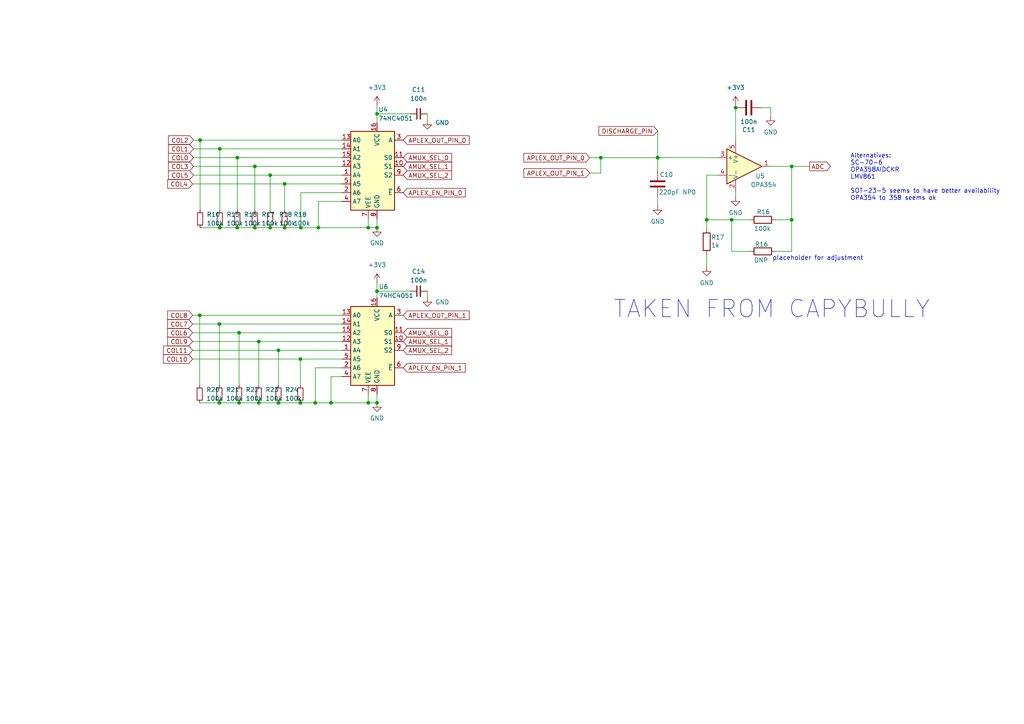
<source format=kicad_sch>
(kicad_sch (version 20231120) (generator "eeschema") (generator_version "8.0")
  (paper "A4")
  (lib_symbols
    (symbol "74xx:74HC4051"
      (property "Reference" "U" (at -5.08 11.43 0))
      (property "Value" "74HC4051" (at -7.62 -13.97 0))
      (symbol "74HC4051_0_1"
        (rectangle (start -5.08 10.16) (end 7.62 -12.7) (stroke (width 0.254)) (fill (type background)))
      )
      (symbol "74HC4051_1_1"
        (pin passive line (at 10.16 -2.54 180) (length 2.54) (name "A4") (number "1"))
        (pin input line (at -7.62 0 0) (length 2.54) (name "S1") (number "10"))
        (pin input line (at -7.62 2.54 0) (length 2.54) (name "S0") (number "11"))
        (pin passive line (at 10.16 0 180) (length 2.54) (name "A3") (number "12"))
        (pin passive line (at 10.16 7.62 180) (length 2.54) (name "A0") (number "13"))
        (pin passive line (at 10.16 5.08 180) (length 2.54) (name "A1") (number "14"))
        (pin passive line (at 10.16 2.54 180) (length 2.54) (name "A2") (number "15"))
        (pin power_in line (at 0 12.7 270) (length 2.54) (name "VCC") (number "16"))
        (pin passive line (at 10.16 -7.62 180) (length 2.54) (name "A6") (number "2"))
        (pin passive line (at -7.62 7.62 0) (length 2.54) (name "A") (number "3"))
        (pin passive line (at 10.16 -10.16 180) (length 2.54) (name "A7") (number "4"))
        (pin passive line (at 10.16 -5.08 180) (length 2.54) (name "A5") (number "5"))
        (pin input line (at -7.62 -7.62 0) (length 2.54) (name "~{E}") (number "6"))
        (pin power_in line (at 2.54 -15.24 90) (length 2.54) (name "VEE") (number "7"))
        (pin power_in line (at 0 -15.24 90) (length 2.54) (name "GND") (number "8"))
        (pin input line (at -7.62 -2.54 0) (length 2.54) (name "S2") (number "9"))
      )
    )
    (symbol "Amplifier_Operational:OPA340NA" (pin_names (offset 0.127))
      (property "Reference" "U" (at -1.27 6.35 0))
      (property "Value" "OPA340NA" (at -1.27 3.81 0))
      (symbol "OPA340NA_0_1"
        (polyline (pts (xy -5.08 5.08) (xy 5.08 0) (xy -5.08 -5.08) (xy -5.08 5.08)) (stroke (width 0.254)) (fill (type background)))
        (pin power_in line (at -2.54 -7.62 90) (length 3.81) (name "V-") (number "2"))
        (pin power_in line (at -2.54 7.62 270) (length 3.81) (name "V+") (number "5"))
      )
      (symbol "OPA340NA_1_1"
        (pin output line (at 7.62 0 180) (length 2.54) (name "~") (number "1"))
        (pin input line (at -7.62 2.54 0) (length 2.54) (name "+") (number "3"))
        (pin input line (at -7.62 -2.54 0) (length 2.54) (name "-") (number "4"))
      )
    )
    (symbol "Device:C" (pin_numbers hide) (pin_names (offset 0.254))
      (property "Reference" "C" (at 0.635 2.54 0))
      (property "Value" "C" (at 0.635 -2.54 0))
      (symbol "C_0_1"
        (polyline (pts (xy -2.032 -0.762) (xy 2.032 -0.762)) (stroke (width 0.508)))
        (polyline (pts (xy -2.032 0.762) (xy 2.032 0.762)) (stroke (width 0.508)))
      )
      (symbol "C_1_1"
        (pin passive line (at 0 3.81 270) (length 2.794) (name "~") (number "1"))
        (pin passive line (at 0 -3.81 90) (length 2.794) (name "~") (number "2"))
      )
    )
    (symbol "Device:C_Small" (pin_numbers hide) (pin_names (offset 0.254) hide)
      (property "Reference" "C" (at 0.254 1.778 0))
      (property "Value" "C_Small" (at 0.254 -2.032 0))
      (symbol "C_Small_0_1"
        (polyline (pts (xy -1.524 -0.508) (xy 1.524 -0.508)) (stroke (width 0.3302)))
        (polyline (pts (xy -1.524 0.508) (xy 1.524 0.508)) (stroke (width 0.3048)))
      )
      (symbol "C_Small_1_1"
        (pin passive line (at 0 2.54 270) (length 2.032) (name "~") (number "1"))
        (pin passive line (at 0 -2.54 90) (length 2.032) (name "~") (number "2"))
      )
    )
    (symbol "Device:R" (pin_numbers hide) (pin_names (offset 0))
      (property "Reference" "R" (at 2.032 0 90))
      (property "Value" "R" (at 0 0 90))
      (symbol "R_0_1"
        (rectangle (start -1.016 -2.54) (end 1.016 2.54) (stroke (width 0.254)))
      )
      (symbol "R_1_1"
        (pin passive line (at 0 3.81 270) (length 1.27) (name "~") (number "1"))
        (pin passive line (at 0 -3.81 90) (length 1.27) (name "~") (number "2"))
      )
    )
    (symbol "Device:R_Small" (pin_numbers hide) (pin_names (offset 0.254) hide)
      (property "Reference" "R" (at 0.762 0.508 0))
      (property "Value" "R_Small" (at 0.762 -1.016 0))
      (symbol "R_Small_0_1"
        (rectangle (start -0.762 1.778) (end 0.762 -1.778) (stroke (width 0.2032)))
      )
      (symbol "R_Small_1_1"
        (pin passive line (at 0 2.54 270) (length 0.762) (name "~") (number "1"))
        (pin passive line (at 0 -2.54 90) (length 0.762) (name "~") (number "2"))
      )
    )
    (symbol "power:+3.3V" (power) (pin_names (offset 0))
      (property "Value" "+3.3V" (at 0 3.556 0))
      (symbol "+3.3V_0_1"
        (polyline (pts (xy -0.762 1.27) (xy 0 2.54)))
        (polyline (pts (xy 0 0) (xy 0 2.54)))
        (polyline (pts (xy 0 2.54) (xy 0.762 1.27)))
      )
      (symbol "+3.3V_1_1"
        (pin power_in line (at 0 0 90) (length 0) hide (name "+3V3") (number "1"))
      )
    )
    (symbol "power:+3V3" (power) (pin_names (offset 0))
      (property "Value" "+3V3" (at 0 3.556 0))
      (symbol "+3V3_0_1"
        (polyline (pts (xy -0.762 1.27) (xy 0 2.54)))
        (polyline (pts (xy 0 0) (xy 0 2.54)))
        (polyline (pts (xy 0 2.54) (xy 0.762 1.27)))
      )
      (symbol "+3V3_1_1"
        (pin power_in line (at 0 0 90) (length 0) hide (name "+3V3") (number "1"))
      )
    )
    (symbol "power:GND" (power) (pin_names (offset 0))
      (property "Value" "GND" (at 0 -3.81 0))
      (symbol "GND_0_1"
        (polyline (pts (xy 0 0) (xy 0 -1.27) (xy 1.27 -1.27) (xy 0 -2.54) (xy -1.27 -1.27) (xy 0 -1.27)))
      )
      (symbol "GND_1_1"
        (pin power_in line (at 0 0 270) (length 0) hide (name "GND") (number "1"))
      )
    )
  )
  (junction (at 109.347 84.455))
  (junction (at 69.342 116.84))
  (junction (at 82.55 53.34))
  (junction (at 106.807 116.84))
  (junction (at 73.914 48.26))
  (junction (at 213.36 31.242))
  (junction (at 68.834 66.04))
  (junction (at 57.912 91.44))
  (junction (at 75.057 99.06))
  (junction (at 63.627 116.84))
  (junction (at 96.012 116.84))
  (junction (at 78.359 50.8))
  (junction (at 109.347 116.84))
  (junction (at 87.122 104.14))
  (junction (at 109.347 33.02))
  (junction (at 69.342 96.52))
  (junction (at 58.039 40.64))
  (junction (at 63.754 66.04))
  (junction (at 80.772 116.84))
  (junction (at 190.754 45.7493))
  (junction (at 87.249 66.04))
  (junction (at 73.914 66.04))
  (junction (at 78.359 66.04))
  (junction (at 212.217 63.754))
  (junction (at 63.754 43.18))
  (junction (at 63.627 93.98))
  (junction (at 229.616 48.26))
  (junction (at 190.754 45.72))
  (junction (at 68.834 45.72))
  (junction (at 91.44 116.84))
  (junction (at 204.978 63.754))
  (junction (at 80.772 101.6))
  (junction (at 106.807 66.04))
  (junction (at 174.244 45.7493))
  (junction (at 109.347 66.04))
  (junction (at 229.616 63.754))
  (junction (at 87.122 116.84))
  (junction (at 92.329 66.04))
  (junction (at 82.55 66.04))
  (junction (at 75.057 116.84))
  (wire (pts (xy 190.754 45.72) (xy 208.28 45.72)))
  (wire (pts (xy 87.249 66.04) (xy 92.329 66.04)))
  (wire (pts (xy 225.044 72.898) (xy 229.616 72.898)))
  (wire (pts (xy 99.187 109.22) (xy 96.012 109.22)))
  (wire (pts (xy 82.55 66.04) (xy 87.249 66.04)))
  (wire (pts (xy 58.039 40.64) (xy 58.039 60.96)))
  (wire (pts (xy 174.244 50.1943) (xy 174.244 45.7493)))
  (wire (pts (xy 80.772 101.6) (xy 80.772 111.76)))
  (wire (pts (xy 204.978 50.8) (xy 208.28 50.8)))
  (wire (pts (xy 91.44 116.84) (xy 96.012 116.84)))
  (wire (pts (xy 223.52 31.242) (xy 223.52 33.782)))
  (wire (pts (xy 204.978 73.914) (xy 204.978 77.47)))
  (wire (pts (xy 55.88 53.34) (xy 82.55 53.34)))
  (wire (pts (xy 80.772 116.84) (xy 87.122 116.84)))
  (wire (pts (xy 63.627 116.84) (xy 69.342 116.84)))
  (wire (pts (xy 220.98 31.242) (xy 223.52 31.242)))
  (wire (pts (xy 229.616 48.26) (xy 229.616 63.754)))
  (wire (pts (xy 212.217 72.898) (xy 212.217 63.754)))
  (wire (pts (xy 73.914 66.04) (xy 78.359 66.04)))
  (wire (pts (xy 55.88 99.06) (xy 75.057 99.06)))
  (wire (pts (xy 55.88 93.98) (xy 63.627 93.98)))
  (wire (pts (xy 80.772 101.6) (xy 99.187 101.6)))
  (wire (pts (xy 78.359 50.8) (xy 78.359 60.96)))
  (wire (pts (xy 55.88 101.6) (xy 80.772 101.6)))
  (wire (pts (xy 56.134 48.26) (xy 73.914 48.26)))
  (wire (pts (xy 87.122 116.84) (xy 91.44 116.84)))
  (wire (pts (xy 58.039 66.04) (xy 63.754 66.04)))
  (wire (pts (xy 91.44 106.68) (xy 91.44 116.84)))
  (wire (pts (xy 75.057 99.06) (xy 75.057 111.76)))
  (wire (pts (xy 190.754 57.15) (xy 190.754 59.69)))
  (wire (pts (xy 73.914 48.26) (xy 73.914 60.96)))
  (wire (pts (xy 212.217 72.898) (xy 217.424 72.898)))
  (wire (pts (xy 63.754 43.18) (xy 99.187 43.18)))
  (wire (pts (xy 109.347 84.455) (xy 118.872 84.455)))
  (wire (pts (xy 68.834 45.72) (xy 68.834 60.96)))
  (wire (pts (xy 109.347 84.455) (xy 109.347 86.36)))
  (wire (pts (xy 190.754 37.973) (xy 190.754 45.72)))
  (wire (pts (xy 229.616 72.898) (xy 229.616 63.754)))
  (wire (pts (xy 109.347 114.3) (xy 109.347 116.84)))
  (wire (pts (xy 99.187 58.42) (xy 92.329 58.42)))
  (wire (pts (xy 190.754 45.72) (xy 190.754 45.7493)))
  (wire (pts (xy 123.952 86.36) (xy 123.952 84.455)))
  (wire (pts (xy 92.329 58.42) (xy 92.329 66.04)))
  (wire (pts (xy 171.069 45.7493) (xy 174.244 45.7493)))
  (wire (pts (xy 68.834 45.72) (xy 99.187 45.72)))
  (wire (pts (xy 75.057 99.06) (xy 99.187 99.06)))
  (wire (pts (xy 75.057 116.84) (xy 80.772 116.84)))
  (wire (pts (xy 171.069 50.1943) (xy 174.244 50.1943)))
  (wire (pts (xy 68.834 66.04) (xy 73.914 66.04)))
  (wire (pts (xy 204.978 50.8) (xy 204.978 63.754)))
  (wire (pts (xy 56.134 40.64) (xy 58.039 40.64)))
  (wire (pts (xy 213.36 30.48) (xy 213.36 31.242)))
  (wire (pts (xy 56.134 45.72) (xy 68.834 45.72)))
  (wire (pts (xy 69.342 96.52) (xy 99.187 96.52)))
  (wire (pts (xy 174.244 45.7493) (xy 190.754 45.7493)))
  (wire (pts (xy 63.627 93.98) (xy 99.187 93.98)))
  (wire (pts (xy 190.754 45.7493) (xy 190.754 49.53)))
  (wire (pts (xy 99.187 55.88) (xy 87.249 55.88)))
  (wire (pts (xy 55.88 104.14) (xy 87.122 104.14)))
  (wire (pts (xy 78.359 50.8) (xy 99.187 50.8)))
  (wire (pts (xy 73.914 48.26) (xy 99.187 48.26)))
  (wire (pts (xy 109.347 81.915) (xy 109.347 84.455)))
  (wire (pts (xy 82.55 53.34) (xy 99.187 53.34)))
  (wire (pts (xy 91.44 106.68) (xy 99.187 106.68)))
  (wire (pts (xy 106.807 63.5) (xy 106.807 66.04)))
  (wire (pts (xy 225.044 63.754) (xy 229.616 63.754)))
  (wire (pts (xy 106.807 66.04) (xy 109.347 66.04)))
  (wire (pts (xy 57.912 116.84) (xy 63.627 116.84)))
  (wire (pts (xy 106.807 116.84) (xy 109.347 116.84)))
  (wire (pts (xy 109.347 33.02) (xy 109.347 35.56)))
  (wire (pts (xy 229.616 48.26) (xy 223.52 48.26)))
  (wire (pts (xy 212.217 63.754) (xy 217.424 63.754)))
  (wire (pts (xy 58.039 40.64) (xy 99.187 40.64)))
  (wire (pts (xy 204.978 63.754) (xy 204.978 66.294)))
  (wire (pts (xy 82.55 53.34) (xy 82.55 60.96)))
  (wire (pts (xy 96.012 109.22) (xy 96.012 116.84)))
  (wire (pts (xy 55.88 91.44) (xy 57.912 91.44)))
  (wire (pts (xy 213.36 55.88) (xy 213.36 57.15)))
  (wire (pts (xy 213.36 31.242) (xy 213.36 40.64)))
  (wire (pts (xy 87.122 104.14) (xy 87.122 111.76)))
  (wire (pts (xy 63.627 111.76) (xy 63.627 93.98)))
  (wire (pts (xy 229.616 48.26) (xy 234.823 48.26)))
  (wire (pts (xy 87.249 55.88) (xy 87.249 66.04)))
  (wire (pts (xy 56.134 43.18) (xy 63.754 43.18)))
  (wire (pts (xy 204.978 63.754) (xy 212.217 63.754)))
  (wire (pts (xy 63.754 43.18) (xy 63.754 60.96)))
  (wire (pts (xy 92.329 66.04) (xy 106.807 66.04)))
  (wire (pts (xy 106.807 114.3) (xy 106.807 116.84)))
  (wire (pts (xy 69.342 116.84) (xy 75.057 116.84)))
  (wire (pts (xy 109.347 30.48) (xy 109.347 33.02)))
  (wire (pts (xy 123.952 34.925) (xy 123.952 33.02)))
  (wire (pts (xy 96.012 116.84) (xy 106.807 116.84)))
  (wire (pts (xy 69.342 96.52) (xy 69.342 111.76)))
  (wire (pts (xy 56.134 50.8) (xy 78.359 50.8)))
  (wire (pts (xy 78.359 66.04) (xy 82.55 66.04)))
  (wire (pts (xy 109.347 33.02) (xy 118.872 33.02)))
  (wire (pts (xy 63.754 66.04) (xy 68.834 66.04)))
  (wire (pts (xy 87.122 104.14) (xy 99.187 104.14)))
  (wire (pts (xy 55.88 96.52) (xy 69.342 96.52)))
  (wire (pts (xy 57.912 111.76) (xy 57.912 91.44)))
  (wire (pts (xy 109.347 63.5) (xy 109.347 66.04)))
  (wire (pts (xy 57.912 91.44) (xy 99.187 91.44)))
  (text "Alternatives:\nSC-70-6  \nOPA358AIDCKR\nLMV861\n\nSOT-23-5 seems to have better availability\nOPA354 to 358 seems ok\n" (at 246.634 58.293 0) (effects (font (size 1.27 1.27)) (justify left bottom)))
  (text "placeholder for adjustment" (at 224.028 75.692 0) (effects (font (size 1.27 1.27)) (justify left bottom)))
  (text "TAKEN FROM CAPYBULLY" (at 177.8 92.71 0) (effects (font (size 5 5)) (justify left bottom)))
  (global_label "COL6" (shape input) (at 55.88 96.52 180) (property "Intersheetrefs" "${INTERSHEET_REFS}" (effects (hide yes))))
  (global_label "APLEX_EN_PIN_1" (shape input) (at 116.967 106.68 0) (property "Intersheetrefs" "${INTERSHEET_REFS}" (effects (hide yes))))
  (global_label "COL7" (shape input) (at 55.88 93.98 180) (property "Intersheetrefs" "${INTERSHEET_REFS}" (effects (hide yes))))
  (global_label "AMUX_SEL_0" (shape input) (at 116.967 45.72 0) (property "Intersheetrefs" "${INTERSHEET_REFS}" (effects (hide yes))))
  (global_label "APLEX_OUT_PIN_1" (shape input) (at 116.967 91.44 0) (property "Intersheetrefs" "${INTERSHEET_REFS}" (effects (hide yes))))
  (global_label "AMUX_SEL_2" (shape input) (at 116.967 101.6 0) (property "Intersheetrefs" "${INTERSHEET_REFS}" (effects (hide yes))))
  (global_label "APLEX_OUT_PIN_0" (shape input) (at 116.967 40.64 0) (property "Intersheetrefs" "${INTERSHEET_REFS}" (effects (hide yes))))
  (global_label "COL2" (shape input) (at 56.134 40.64 180) (property "Intersheetrefs" "${INTERSHEET_REFS}" (effects (hide yes))))
  (global_label "AMUX_SEL_2" (shape input) (at 116.967 50.8 0) (property "Intersheetrefs" "${INTERSHEET_REFS}" (effects (hide yes))))
  (global_label "COL10" (shape input) (at 55.88 104.14 180) (property "Intersheetrefs" "${INTERSHEET_REFS}" (effects (hide yes))))
  (global_label "APLEX_OUT_PIN_0" (shape input) (at 171.069 45.7493 180) (property "Intersheetrefs" "${INTERSHEET_REFS}" (effects (hide yes))))
  (global_label "APLEX_OUT_PIN_1" (shape input) (at 171.069 50.1943 180) (property "Intersheetrefs" "${INTERSHEET_REFS}" (effects (hide yes))))
  (global_label "COL4" (shape input) (at 55.88 53.34 180) (property "Intersheetrefs" "${INTERSHEET_REFS}" (effects (hide yes))))
  (global_label "AMUX_SEL_1" (shape input) (at 116.967 48.26 0) (property "Intersheetrefs" "${INTERSHEET_REFS}" (effects (hide yes))))
  (global_label "COL9" (shape input) (at 55.88 99.06 180) (property "Intersheetrefs" "${INTERSHEET_REFS}" (effects (hide yes))))
  (global_label "COL11" (shape input) (at 55.88 101.6 180) (property "Intersheetrefs" "${INTERSHEET_REFS}" (effects (hide yes))))
  (global_label "COL5" (shape input) (at 56.134 50.8 180) (property "Intersheetrefs" "${INTERSHEET_REFS}" (effects (hide yes))))
  (global_label "COL0" (shape input) (at 56.134 45.72 180) (property "Intersheetrefs" "${INTERSHEET_REFS}" (effects (hide yes))))
  (global_label "APLEX_EN_PIN_0" (shape input) (at 116.967 55.88 0) (property "Intersheetrefs" "${INTERSHEET_REFS}" (effects (hide yes))))
  (global_label "DISCHARGE_PIN" (shape input) (at 190.754 37.973 180) (property "Intersheetrefs" "${INTERSHEET_REFS}" (effects (hide yes))))
  (global_label "AMUX_SEL_1" (shape input) (at 116.967 99.06 0) (property "Intersheetrefs" "${INTERSHEET_REFS}" (effects (hide yes))))
  (global_label "COL3" (shape input) (at 56.134 48.26 180) (property "Intersheetrefs" "${INTERSHEET_REFS}" (effects (hide yes))))
  (global_label "COL1" (shape input) (at 56.134 43.18 180) (property "Intersheetrefs" "${INTERSHEET_REFS}" (effects (hide yes))))
  (global_label "COL8" (shape input) (at 55.88 91.44 180) (property "Intersheetrefs" "${INTERSHEET_REFS}" (effects (hide yes))))
  (global_label "AMUX_SEL_0" (shape input) (at 116.967 96.52 0) (property "Intersheetrefs" "${INTERSHEET_REFS}" (effects (hide yes))))
  (global_label "ADC" (shape output) (at 234.823 48.26 0) (property "Intersheetrefs" "${INTERSHEET_REFS}" (effects (hide yes))))
  (symbol (lib_id "74xx:74HC4051") (at 109.347 48.26 0) (mirror y) (unit 1)
    (property "Reference" "U4" (at 109.7486 31.7994 0) (effects (justify right)))
    (property "Value" "74HC4051" (at 109.7486 34.3394 0) (effects (justify right)))
    (property "Footprint" "cipulot_parts:TSSOP16" (effects (hide yes)))
    (property "Datasheet" "http://www.ti.com/lit/ds/symlink/cd74hc4051.pdf" (effects (hide yes)))
    (instances (project "the-nicholas-van" (path "" (reference "U4") (unit 1))) (project "Analog" (path "" (reference "U4") (unit 1))) (project "travaulta prototype" (path "" (reference "U4") (unit 1))) (project "forti EC" (path "" (reference "U5") (unit 1))))
  )
  (symbol (lib_id "Device:R") (at 204.978 70.104 0) (unit 1)
    (property "Reference" "R17" (at 206.248 68.834 0) (effects (justify left)))
    (property "Value" "1k" (at 206.248 71.1454 0) (effects (justify left)))
    (property "Footprint" "Resistor_SMD:R_0402_1005Metric" (effects (hide yes)))
    (property "LCSC" "C11702" (effects (hide yes)))
    (instances (project "analog" (path "" (reference "R17") (unit 1))) (project "capybully" (path "" (reference "R16") (unit 1))) (project "le_capybara" (path "" (reference "R15") (unit 1))) (project "EC60-Rev_1_1" (path "" (reference "R17") (unit 1))) (project "forti EC" (path "" (reference "R23") (unit 1))))
  )
  (symbol (lib_id "power:+3V3") (at 109.347 30.48 0) (unit 1)
    (property "Reference" "#PWR09" (effects (hide yes)))
    (property "Value" "+3V3" (at 109.347 25.4 0))
    (instances (project "the-nicholas-van" (path "" (reference "#PWR09") (unit 1))) (project "Analog" (path "" (reference "#PWR0138") (unit 1))) (project "travaulta prototype" (path "" (reference "#PWR0138") (unit 1))) (project "forti EC" (path "" (reference "#PWR031") (unit 1))))
  )
  (symbol (lib_id "Device:R_Small") (at 75.057 114.3 0) (unit 1)
    (property "Reference" "R23" (at 76.962 113.0299 0) (effects (justify left)))
    (property "Value" "100k" (at 76.962 115.5699 0) (effects (justify left)))
    (property "Footprint" "Resistor_SMD:R_0402_1005Metric" (effects (hide yes)))
    (instances (project "the-nicholas-van" (path "" (reference "R23") (unit 1))) (project "Analog" (path "" (reference "R14") (unit 1))) (project "travaulta prototype" (path "" (reference "R14") (unit 1))) (project "forti EC" (path "" (reference "R14") (unit 1))))
  )
  (symbol (lib_id "Device:R_Small") (at 58.039 63.5 0) (unit 1)
    (property "Reference" "R10" (at 59.944 62.2299 0) (effects (justify left)))
    (property "Value" "100k" (at 59.944 64.7699 0) (effects (justify left)))
    (property "Footprint" "Resistor_SMD:R_0402_1005Metric" (effects (hide yes)))
    (instances (project "the-nicholas-van" (path "" (reference "R10") (unit 1))) (project "Analog" (path "" (reference "R11") (unit 1))) (project "travaulta prototype" (path "" (reference "R11") (unit 1))) (project "forti EC" (path "" (reference "R4") (unit 1))))
  )
  (symbol (lib_id "Device:R_Small") (at 69.342 114.3 0) (unit 1)
    (property "Reference" "R22" (at 71.247 113.0299 0) (effects (justify left)))
    (property "Value" "100k" (at 71.247 115.5699 0) (effects (justify left)))
    (property "Footprint" "Resistor_SMD:R_0402_1005Metric" (effects (hide yes)))
    (instances (project "the-nicholas-van" (path "" (reference "R22") (unit 1))) (project "Analog" (path "" (reference "R12") (unit 1))) (project "travaulta prototype" (path "" (reference "R12") (unit 1))) (project "forti EC" (path "" (reference "R13") (unit 1))))
  )
  (symbol (lib_id "Device:C") (at 190.754 53.34 0) (unit 1)
    (property "Reference" "C10" (at 193.294 50.673 0))
    (property "Value" "220pF NP0" (at 196.469 55.753 0))
    (property "Footprint" "Capacitor_SMD:C_0402_1005Metric" (effects (hide yes)))
    (property "LCSC" "C1530" (effects (hide yes)))
    (instances (project "analog" (path "" (reference "C10") (unit 1))) (project "capybully" (path "" (reference "C13") (unit 1))) (project "le_capybara" (path "" (reference "C14") (unit 1))) (project "EC60-Rev_1_1" (path "" (reference "C10") (unit 1))) (project "forti EC" (path "" (reference "C4") (unit 1))))
  )
  (symbol (lib_id "Device:C_Small") (at 121.412 84.455 90) (unit 1)
    (property "Reference" "C14" (at 121.4183 78.74 90))
    (property "Value" "100n" (at 121.4183 81.28 90))
    (property "Footprint" "Capacitor_SMD:C_0402_1005Metric" (effects (hide yes)))
    (instances (project "the-nicholas-van" (path "" (reference "C14") (unit 1))) (project "Analog" (path "" (reference "C12") (unit 1))) (project "travaulta prototype" (path "" (reference "C12") (unit 1))) (project "forti EC" (path "" (reference "C15") (unit 1))))
  )
  (symbol (lib_id "Device:R_Small") (at 68.834 63.5 0) (unit 1)
    (property "Reference" "R16" (at 70.739 62.2299 0) (effects (justify left)))
    (property "Value" "100k" (at 70.739 64.7699 0) (effects (justify left)))
    (property "Footprint" "Resistor_SMD:R_0402_1005Metric" (effects (hide yes)))
    (instances (project "the-nicholas-van" (path "" (reference "R16") (unit 1))) (project "Analog" (path "" (reference "R15") (unit 1))) (project "travaulta prototype" (path "" (reference "R15") (unit 1))) (project "forti EC" (path "" (reference "R7") (unit 1))))
  )
  (symbol (lib_id "Device:R") (at 221.234 63.754 270) (unit 1)
    (property "Reference" "R16" (at 219.456 61.468 90) (effects (justify left)))
    (property "Value" "100k" (at 218.694 66.294 90) (effects (justify left)))
    (property "Footprint" "Resistor_SMD:R_0402_1005Metric" (effects (hide yes)))
    (property "LCSC" "C25741" (effects (hide yes)))
    (instances (project "analog" (path "" (reference "R16") (unit 1))) (project "capybully" (path "" (reference "R15") (unit 1))) (project "le_capybara" (path "" (reference "R6") (unit 1))) (project "EC60-Rev_1_1" (path "" (reference "R16") (unit 1))) (project "forti EC" (path "" (reference "R6") (unit 1))))
  )
  (symbol (lib_id "Device:R_Small") (at 80.772 114.3 0) (unit 1)
    (property "Reference" "R24" (at 82.677 113.0299 0) (effects (justify left)))
    (property "Value" "100k" (at 82.677 115.5699 0) (effects (justify left)))
    (property "Footprint" "Resistor_SMD:R_0402_1005Metric" (effects (hide yes)))
    (instances (project "the-nicholas-van" (path "" (reference "R24") (unit 1))) (project "Analog" (path "" (reference "R16") (unit 1))) (project "travaulta prototype" (path "" (reference "R16") (unit 1))) (project "forti EC" (path "" (reference "R15") (unit 1))))
  )
  (symbol (lib_id "Device:R_Small") (at 73.914 63.5 0) (unit 1)
    (property "Reference" "R17" (at 75.819 62.23 0) (effects (justify left)))
    (property "Value" "100k" (at 75.819 64.7699 0) (effects (justify left)))
    (property "Footprint" "Resistor_SMD:R_0402_1005Metric" (effects (hide yes)))
    (instances (project "the-nicholas-van" (path "" (reference "R17") (unit 1))) (project "Analog" (path "" (reference "R17") (unit 1))) (project "travaulta prototype" (path "" (reference "R17") (unit 1))) (project "forti EC" (path "" (reference "R8") (unit 1))))
  )
  (symbol (lib_id "Device:R") (at 221.234 72.898 270) (unit 1) (in_bom no)
    (property "Reference" "R16" (at 218.948 70.866 90) (effects (justify left)))
    (property "Value" "DNP" (at 218.694 75.438 90) (effects (justify left)))
    (property "Footprint" "Resistor_SMD:R_0402_1005Metric" (effects (hide yes)))
    (instances (project "analog" (path "" (reference "R16") (unit 1))) (project "capybully" (path "" (reference "R17") (unit 1))) (project "le_capybara" (path "" (reference "R18") (unit 1))) (project "EC60-Rev_1_1" (path "" (reference "R16") (unit 1))) (project "forti EC" (path "" (reference "R26") (unit 1))))
  )
  (symbol (lib_id "Device:C_Small") (at 121.412 33.02 90) (unit 1)
    (property "Reference" "C11" (at 121.4183 26.035 90))
    (property "Value" "100n" (at 121.4183 28.575 90))
    (property "Footprint" "Capacitor_SMD:C_0402_1005Metric" (effects (hide yes)))
    (instances (project "the-nicholas-van" (path "" (reference "C11") (unit 1))) (project "Analog" (path "" (reference "C13") (unit 1))) (project "travaulta prototype" (path "" (reference "C13") (unit 1))) (project "forti EC" (path "" (reference "C10") (unit 1))))
  )
  (symbol (lib_id "74xx:74HC4051") (at 109.347 99.06 0) (mirror y) (unit 1)
    (property "Reference" "U6" (at 109.8676 83.185 0) (effects (justify right)))
    (property "Value" "74HC4051" (at 109.8676 85.725 0) (effects (justify right)))
    (property "Footprint" "cipulot_parts:TSSOP16" (effects (hide yes)))
    (property "Datasheet" "http://www.ti.com/lit/ds/symlink/cd74hc4051.pdf" (effects (hide yes)))
    (instances (project "the-nicholas-van" (path "" (reference "U6") (unit 1))) (project "Analog" (path "" (reference "U3") (unit 1))) (project "travaulta prototype" (path "" (reference "U3") (unit 1))) (project "forti EC" (path "" (reference "U7") (unit 1))))
  )
  (symbol (lib_id "Device:R_Small") (at 57.912 114.3 0) (unit 1)
    (property "Reference" "R20" (at 59.817 113.03 0) (effects (justify left)))
    (property "Value" "100k" (at 59.817 115.5699 0) (effects (justify left)))
    (property "Footprint" "Resistor_SMD:R_0402_1005Metric" (effects (hide yes)))
    (instances (project "the-nicholas-van" (path "" (reference "R20") (unit 1))) (project "Analog" (path "" (reference "R20") (unit 1))) (project "travaulta prototype" (path "" (reference "R20") (unit 1))) (project "forti EC" (path "" (reference "R11") (unit 1))))
  )
  (symbol (lib_id "power:GND") (at 213.36 57.15 0) (unit 1)
    (property "Reference" "#PWR041" (effects (hide yes)))
    (property "Value" "GND" (at 213.36 61.7125 0))
    (instances (project "analog" (path "" (reference "#PWR041") (unit 1))) (project "capybully" (path "" (reference "#PWR019") (unit 1))) (project "le_capybara" (path "" (reference "#PWR028") (unit 1))) (project "EC60-Rev_1_1" (path "" (reference "#PWR041") (unit 1))) (project "forti EC" (path "" (reference "#PWR026") (unit 1))))
  )
  (symbol (lib_id "power:GND") (at 204.978 77.47 0) (unit 1)
    (property "Reference" "#PWR041" (effects (hide yes)))
    (property "Value" "GND" (at 204.978 82.0325 0))
    (instances (project "analog" (path "" (reference "#PWR041") (unit 1))) (project "capybully" (path "" (reference "#PWR023") (unit 1))) (project "le_capybara" (path "" (reference "#PWR032") (unit 1))) (project "EC60-Rev_1_1" (path "" (reference "#PWR041") (unit 1))) (project "forti EC" (path "" (reference "#PWR028") (unit 1))))
  )
  (symbol (lib_id "Device:R_Small") (at 63.627 114.3 0) (unit 1)
    (property "Reference" "R21" (at 65.532 113.0299 0) (effects (justify left)))
    (property "Value" "100k" (at 65.532 115.5699 0) (effects (justify left)))
    (property "Footprint" "Resistor_SMD:R_0402_1005Metric" (effects (hide yes)))
    (instances (project "the-nicholas-van" (path "" (reference "R21") (unit 1))) (project "Analog" (path "" (reference "R10") (unit 1))) (project "travaulta prototype" (path "" (reference "R10") (unit 1))) (project "forti EC" (path "" (reference "R12") (unit 1))))
  )
  (symbol (lib_id "power:GND") (at 223.52 33.782 0) (unit 1)
    (property "Reference" "#PWR039" (effects (hide yes)))
    (property "Value" "GND" (at 223.52 38.3445 0))
    (instances (project "analog" (path "" (reference "#PWR039") (unit 1))) (project "capybully" (path "" (reference "#PWR018") (unit 1))) (project "le_capybara" (path "" (reference "#PWR030") (unit 1))) (project "EC60-Rev_1_1" (path "" (reference "#PWR039") (unit 1))) (project "forti EC" (path "" (reference "#PWR025") (unit 1))))
  )
  (symbol (lib_id "Device:C") (at 217.17 31.242 270) (mirror x) (unit 1)
    (property "Reference" "C11" (at 217.17 37.6428 90))
    (property "Value" "100n" (at 217.17 35.3314 90))
    (property "Footprint" "Capacitor_SMD:C_0402_1005Metric" (effects (hide yes)))
    (property "LCSC" "C307331" (effects (hide yes)))
    (instances (project "analog" (path "" (reference "C11") (unit 1))) (project "capybully" (path "" (reference "C12") (unit 1))) (project "le_capybara" (path "" (reference "C15") (unit 1))) (project "EC60-Rev_1_1" (path "" (reference "C11") (unit 1))) (project "forti EC" (path "" (reference "C3") (unit 1))))
  )
  (symbol (lib_id "power:+3V3") (at 109.347 81.915 0) (unit 1)
    (property "Reference" "#PWR040" (effects (hide yes)))
    (property "Value" "+3V3" (at 109.347 76.835 0))
    (instances (project "the-nicholas-van" (path "" (reference "#PWR040") (unit 1))) (project "Analog" (path "" (reference "#PWR0137") (unit 1))) (project "travaulta prototype" (path "" (reference "#PWR0137") (unit 1))) (project "forti EC" (path "" (reference "#PWR039") (unit 1))))
  )
  (symbol (lib_id "Device:R_Small") (at 82.55 63.5 0) (unit 1)
    (property "Reference" "R18" (at 85.09 62.23 0) (effects (justify left)))
    (property "Value" "100k" (at 85.09 64.77 0) (effects (justify left)))
    (property "Footprint" "Resistor_SMD:R_0402_1005Metric" (effects (hide yes)))
    (instances (project "the-nicholas-van" (path "" (reference "R18") (unit 1))) (project "Analog" (path "" (reference "R19") (unit 1))) (project "travaulta prototype" (path "" (reference "R19") (unit 1))) (project "forti EC" (path "" (reference "R18") (unit 1))))
  )
  (symbol (lib_id "power:GND") (at 123.952 34.925 0) (unit 1)
    (property "Reference" "#PWR010" (effects (hide yes)))
    (property "Value" "GND" (at 128.27 35.56 0))
    (instances (project "the-nicholas-van" (path "" (reference "#PWR010") (unit 1))) (project "Analog" (path "" (reference "#PWR0139") (unit 1))) (project "travaulta prototype" (path "" (reference "#PWR0139") (unit 1))) (project "forti EC" (path "" (reference "#PWR032") (unit 1))))
  )
  (symbol (lib_id "power:GND") (at 109.347 116.84 0) (unit 1)
    (property "Reference" "#PWR044" (effects (hide yes)))
    (property "Value" "GND" (at 109.347 121.285 0))
    (instances (project "the-nicholas-van" (path "" (reference "#PWR044") (unit 1))) (project "Analog" (path "" (reference "#PWR0134") (unit 1))) (project "travaulta prototype" (path "" (reference "#PWR0134") (unit 1))) (project "forti EC" (path "" (reference "#PWR041") (unit 1))))
  )
  (symbol (lib_id "power:GND") (at 109.347 66.04 0) (unit 1)
    (property "Reference" "#PWR026" (effects (hide yes)))
    (property "Value" "GND" (at 109.347 70.485 0))
    (instances (project "the-nicholas-van" (path "" (reference "#PWR026") (unit 1))) (project "Analog" (path "" (reference "#PWR0136") (unit 1))) (project "travaulta prototype" (path "" (reference "#PWR0136") (unit 1))) (project "forti EC" (path "" (reference "#PWR036") (unit 1))))
  )
  (symbol (lib_id "power:GND") (at 190.754 59.69 0) (unit 1)
    (property "Reference" "#PWR037" (effects (hide yes)))
    (property "Value" "GND" (at 190.754 64.2525 0))
    (instances (project "analog" (path "" (reference "#PWR037") (unit 1))) (project "capybully" (path "" (reference "#PWR020") (unit 1))) (project "le_capybara" (path "" (reference "#PWR029") (unit 1))) (project "EC60-Rev_1_1" (path "" (reference "#PWR037") (unit 1))) (project "forti EC" (path "" (reference "#PWR027") (unit 1))))
  )
  (symbol (lib_id "power:GND") (at 123.952 86.36 0) (unit 1)
    (property "Reference" "#PWR041" (effects (hide yes)))
    (property "Value" "GND" (at 128.27 87.63 0))
    (instances (project "the-nicholas-van" (path "" (reference "#PWR041") (unit 1))) (project "Analog" (path "" (reference "#PWR0135") (unit 1))) (project "travaulta prototype" (path "" (reference "#PWR0135") (unit 1))) (project "forti EC" (path "" (reference "#PWR040") (unit 1))))
  )
  (symbol (lib_id "Device:R_Small") (at 78.359 63.5 0) (unit 1)
    (property "Reference" "R18" (at 80.899 62.23 0) (effects (justify left)))
    (property "Value" "100k" (at 80.899 64.77 0) (effects (justify left)))
    (property "Footprint" "Resistor_SMD:R_0402_1005Metric" (effects (hide yes)))
    (instances (project "the-nicholas-van" (path "" (reference "R18") (unit 1))) (project "Analog" (path "" (reference "R19") (unit 1))) (project "travaulta prototype" (path "" (reference "R19") (unit 1))) (project "forti EC" (path "" (reference "R9") (unit 1))))
  )
  (symbol (lib_id "Device:R_Small") (at 87.122 114.3 0) (unit 1)
    (property "Reference" "R25" (effects (hide yes)))
    (property "Value" "100k" (effects (hide yes)))
    (property "Footprint" "Resistor_SMD:R_0402_1005Metric" (effects (hide yes)))
    (instances (project "the-nicholas-van" (path "" (reference "R25") (unit 1))) (project "Analog" (path "" (reference "R1") (unit 1))) (project "travaulta prototype" (path "" (reference "R5") (unit 1))) (project "forti EC" (path "" (reference "R16") (unit 1))))
  )
  (symbol (lib_id "power:+3.3V") (at 213.36 30.48 0) (unit 1)
    (property "Reference" "#PWR042" (effects (hide yes)))
    (property "Value" "+3V3" (at 213.36 25.4 0))
    (instances (project "analog" (path "" (reference "#PWR042") (unit 1))) (project "capybully" (path "" (reference "#PWR017") (unit 1))) (project "le_capybara" (path "" (reference "#PWR033") (unit 1))) (project "EC60-Rev_1_1" (path "" (reference "#PWR042") (unit 1))) (project "forti EC" (path "" (reference "#PWR016") (unit 1))))
  )
  (symbol (lib_id "Amplifier_Operational:OPA340NA") (at 215.9 48.26 0) (unit 1)
    (property "Reference" "U5" (at 220.472 51.054 0))
    (property "Value" "OPA354" (at 221.488 53.594 0))
    (property "Footprint" "Package_TO_SOT_SMD:SOT-23-5" (effects (hide yes)))
    (property "Datasheet" "https://www.ti.com/general/docs/suppproductinfo.tsp?distId=10&gotoUrl=https%3A%2F%2Fwww.ti.com%2Flit%2Fgpn%2Fopa356" (effects (hide yes)))
    (instances (project "capybully" (path "" (reference "U5") (unit 1))) (project "le_capybara" (path "" (reference "U5") (unit 1))) (project "forti EC" (path "" (reference "U3") (unit 1))))
  )
  (symbol (lib_id "Device:R_Small") (at 63.754 63.5 0) (unit 1)
    (property "Reference" "R15" (at 65.659 62.2299 0) (effects (justify left)))
    (property "Value" "100k" (at 65.659 64.7699 0) (effects (justify left)))
    (property "Footprint" "Resistor_SMD:R_0402_1005Metric" (effects (hide yes)))
    (instances (project "the-nicholas-van" (path "" (reference "R15") (unit 1))) (project "Analog" (path "" (reference "R13") (unit 1))) (project "travaulta prototype" (path "" (reference "R13") (unit 1))) (project "forti EC" (path "" (reference "R5") (unit 1))))
  )
)
</source>
